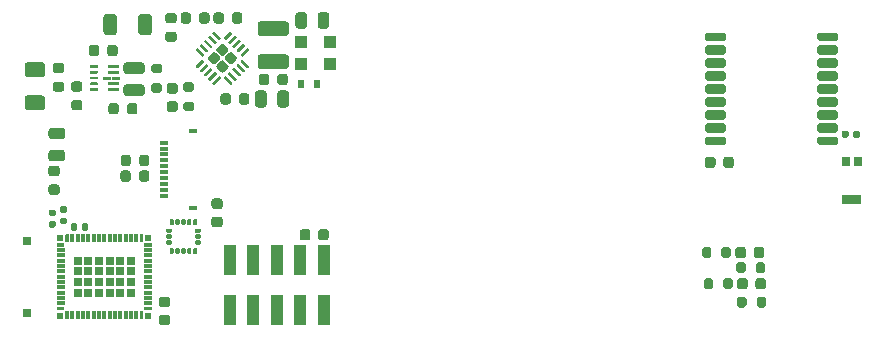
<source format=gbr>
%TF.GenerationSoftware,KiCad,Pcbnew,(5.1.12)-1*%
%TF.CreationDate,2021-12-09T18:01:32-07:00*%
%TF.ProjectId,SolarGPS,536f6c61-7247-4505-932e-6b696361645f,rev?*%
%TF.SameCoordinates,Original*%
%TF.FileFunction,Paste,Top*%
%TF.FilePolarity,Positive*%
%FSLAX46Y46*%
G04 Gerber Fmt 4.6, Leading zero omitted, Abs format (unit mm)*
G04 Created by KiCad (PCBNEW (5.1.12)-1) date 2021-12-09 18:01:32*
%MOMM*%
%LPD*%
G01*
G04 APERTURE LIST*
%ADD10C,0.010000*%
%ADD11C,0.100000*%
%ADD12R,0.750000X0.750000*%
%ADD13R,0.575000X0.575000*%
%ADD14R,0.300000X0.650000*%
%ADD15R,0.650000X0.300000*%
%ADD16R,1.000000X1.000000*%
%ADD17R,1.000000X2.580000*%
%ADD18R,0.600000X0.700000*%
%ADD19R,0.800000X0.400000*%
%ADD20R,0.800000X0.300000*%
G04 APERTURE END LIST*
D10*
%TO.C,U7*%
G36*
X57625000Y-55900000D02*
G01*
X57175000Y-55900000D01*
X57172000Y-55900000D01*
X57170000Y-55900000D01*
X57167000Y-55899000D01*
X57165000Y-55899000D01*
X57162000Y-55898000D01*
X57160000Y-55898000D01*
X57157000Y-55897000D01*
X57155000Y-55896000D01*
X57152000Y-55895000D01*
X57150000Y-55893000D01*
X57148000Y-55892000D01*
X57146000Y-55890000D01*
X57144000Y-55889000D01*
X57142000Y-55887000D01*
X57140000Y-55885000D01*
X57138000Y-55883000D01*
X57136000Y-55881000D01*
X57135000Y-55879000D01*
X57133000Y-55877000D01*
X57132000Y-55875000D01*
X57130000Y-55873000D01*
X57129000Y-55870000D01*
X57128000Y-55868000D01*
X57127000Y-55865000D01*
X57127000Y-55863000D01*
X57126000Y-55860000D01*
X57126000Y-55858000D01*
X57125000Y-55855000D01*
X57125000Y-55853000D01*
X57125000Y-55850000D01*
X57125000Y-55700000D01*
X57125000Y-55697000D01*
X57125000Y-55695000D01*
X57126000Y-55692000D01*
X57126000Y-55690000D01*
X57127000Y-55687000D01*
X57127000Y-55685000D01*
X57128000Y-55682000D01*
X57129000Y-55680000D01*
X57130000Y-55677000D01*
X57132000Y-55675000D01*
X57133000Y-55673000D01*
X57135000Y-55671000D01*
X57136000Y-55669000D01*
X57138000Y-55667000D01*
X57140000Y-55665000D01*
X57142000Y-55663000D01*
X57144000Y-55661000D01*
X57146000Y-55660000D01*
X57148000Y-55658000D01*
X57150000Y-55657000D01*
X57152000Y-55655000D01*
X57155000Y-55654000D01*
X57157000Y-55653000D01*
X57160000Y-55652000D01*
X57162000Y-55652000D01*
X57165000Y-55651000D01*
X57167000Y-55651000D01*
X57170000Y-55650000D01*
X57172000Y-55650000D01*
X57175000Y-55650000D01*
X57625000Y-55650000D01*
X57628000Y-55650000D01*
X57630000Y-55650000D01*
X57633000Y-55651000D01*
X57635000Y-55651000D01*
X57638000Y-55652000D01*
X57640000Y-55652000D01*
X57643000Y-55653000D01*
X57645000Y-55654000D01*
X57648000Y-55655000D01*
X57650000Y-55657000D01*
X57652000Y-55658000D01*
X57654000Y-55660000D01*
X57656000Y-55661000D01*
X57658000Y-55663000D01*
X57660000Y-55665000D01*
X57662000Y-55667000D01*
X57664000Y-55669000D01*
X57665000Y-55671000D01*
X57667000Y-55673000D01*
X57668000Y-55675000D01*
X57670000Y-55677000D01*
X57671000Y-55680000D01*
X57672000Y-55682000D01*
X57673000Y-55685000D01*
X57673000Y-55687000D01*
X57674000Y-55690000D01*
X57674000Y-55692000D01*
X57675000Y-55695000D01*
X57675000Y-55697000D01*
X57675000Y-55700000D01*
X57675000Y-55850000D01*
X57675000Y-55853000D01*
X57675000Y-55855000D01*
X57674000Y-55858000D01*
X57674000Y-55860000D01*
X57673000Y-55863000D01*
X57673000Y-55865000D01*
X57672000Y-55868000D01*
X57671000Y-55870000D01*
X57670000Y-55873000D01*
X57668000Y-55875000D01*
X57667000Y-55877000D01*
X57665000Y-55879000D01*
X57664000Y-55881000D01*
X57662000Y-55883000D01*
X57660000Y-55885000D01*
X57658000Y-55887000D01*
X57656000Y-55889000D01*
X57654000Y-55890000D01*
X57652000Y-55892000D01*
X57650000Y-55893000D01*
X57648000Y-55895000D01*
X57645000Y-55896000D01*
X57643000Y-55897000D01*
X57640000Y-55898000D01*
X57638000Y-55898000D01*
X57635000Y-55899000D01*
X57633000Y-55899000D01*
X57630000Y-55900000D01*
X57628000Y-55900000D01*
X57625000Y-55900000D01*
G37*
X57625000Y-55900000D02*
X57175000Y-55900000D01*
X57172000Y-55900000D01*
X57170000Y-55900000D01*
X57167000Y-55899000D01*
X57165000Y-55899000D01*
X57162000Y-55898000D01*
X57160000Y-55898000D01*
X57157000Y-55897000D01*
X57155000Y-55896000D01*
X57152000Y-55895000D01*
X57150000Y-55893000D01*
X57148000Y-55892000D01*
X57146000Y-55890000D01*
X57144000Y-55889000D01*
X57142000Y-55887000D01*
X57140000Y-55885000D01*
X57138000Y-55883000D01*
X57136000Y-55881000D01*
X57135000Y-55879000D01*
X57133000Y-55877000D01*
X57132000Y-55875000D01*
X57130000Y-55873000D01*
X57129000Y-55870000D01*
X57128000Y-55868000D01*
X57127000Y-55865000D01*
X57127000Y-55863000D01*
X57126000Y-55860000D01*
X57126000Y-55858000D01*
X57125000Y-55855000D01*
X57125000Y-55853000D01*
X57125000Y-55850000D01*
X57125000Y-55700000D01*
X57125000Y-55697000D01*
X57125000Y-55695000D01*
X57126000Y-55692000D01*
X57126000Y-55690000D01*
X57127000Y-55687000D01*
X57127000Y-55685000D01*
X57128000Y-55682000D01*
X57129000Y-55680000D01*
X57130000Y-55677000D01*
X57132000Y-55675000D01*
X57133000Y-55673000D01*
X57135000Y-55671000D01*
X57136000Y-55669000D01*
X57138000Y-55667000D01*
X57140000Y-55665000D01*
X57142000Y-55663000D01*
X57144000Y-55661000D01*
X57146000Y-55660000D01*
X57148000Y-55658000D01*
X57150000Y-55657000D01*
X57152000Y-55655000D01*
X57155000Y-55654000D01*
X57157000Y-55653000D01*
X57160000Y-55652000D01*
X57162000Y-55652000D01*
X57165000Y-55651000D01*
X57167000Y-55651000D01*
X57170000Y-55650000D01*
X57172000Y-55650000D01*
X57175000Y-55650000D01*
X57625000Y-55650000D01*
X57628000Y-55650000D01*
X57630000Y-55650000D01*
X57633000Y-55651000D01*
X57635000Y-55651000D01*
X57638000Y-55652000D01*
X57640000Y-55652000D01*
X57643000Y-55653000D01*
X57645000Y-55654000D01*
X57648000Y-55655000D01*
X57650000Y-55657000D01*
X57652000Y-55658000D01*
X57654000Y-55660000D01*
X57656000Y-55661000D01*
X57658000Y-55663000D01*
X57660000Y-55665000D01*
X57662000Y-55667000D01*
X57664000Y-55669000D01*
X57665000Y-55671000D01*
X57667000Y-55673000D01*
X57668000Y-55675000D01*
X57670000Y-55677000D01*
X57671000Y-55680000D01*
X57672000Y-55682000D01*
X57673000Y-55685000D01*
X57673000Y-55687000D01*
X57674000Y-55690000D01*
X57674000Y-55692000D01*
X57675000Y-55695000D01*
X57675000Y-55697000D01*
X57675000Y-55700000D01*
X57675000Y-55850000D01*
X57675000Y-55853000D01*
X57675000Y-55855000D01*
X57674000Y-55858000D01*
X57674000Y-55860000D01*
X57673000Y-55863000D01*
X57673000Y-55865000D01*
X57672000Y-55868000D01*
X57671000Y-55870000D01*
X57670000Y-55873000D01*
X57668000Y-55875000D01*
X57667000Y-55877000D01*
X57665000Y-55879000D01*
X57664000Y-55881000D01*
X57662000Y-55883000D01*
X57660000Y-55885000D01*
X57658000Y-55887000D01*
X57656000Y-55889000D01*
X57654000Y-55890000D01*
X57652000Y-55892000D01*
X57650000Y-55893000D01*
X57648000Y-55895000D01*
X57645000Y-55896000D01*
X57643000Y-55897000D01*
X57640000Y-55898000D01*
X57638000Y-55898000D01*
X57635000Y-55899000D01*
X57633000Y-55899000D01*
X57630000Y-55900000D01*
X57628000Y-55900000D01*
X57625000Y-55900000D01*
G36*
X58375000Y-55900000D02*
G01*
X57925000Y-55900000D01*
X57922000Y-55900000D01*
X57920000Y-55900000D01*
X57917000Y-55899000D01*
X57915000Y-55899000D01*
X57912000Y-55898000D01*
X57910000Y-55898000D01*
X57907000Y-55897000D01*
X57905000Y-55896000D01*
X57902000Y-55895000D01*
X57900000Y-55893000D01*
X57898000Y-55892000D01*
X57896000Y-55890000D01*
X57894000Y-55889000D01*
X57892000Y-55887000D01*
X57890000Y-55885000D01*
X57888000Y-55883000D01*
X57886000Y-55881000D01*
X57885000Y-55879000D01*
X57883000Y-55877000D01*
X57882000Y-55875000D01*
X57880000Y-55873000D01*
X57879000Y-55870000D01*
X57878000Y-55868000D01*
X57877000Y-55865000D01*
X57877000Y-55863000D01*
X57876000Y-55860000D01*
X57876000Y-55858000D01*
X57875000Y-55855000D01*
X57875000Y-55853000D01*
X57875000Y-55850000D01*
X57875000Y-55700000D01*
X57875000Y-55697000D01*
X57875000Y-55695000D01*
X57876000Y-55692000D01*
X57876000Y-55690000D01*
X57877000Y-55687000D01*
X57877000Y-55685000D01*
X57878000Y-55682000D01*
X57879000Y-55680000D01*
X57880000Y-55677000D01*
X57882000Y-55675000D01*
X57883000Y-55673000D01*
X57885000Y-55671000D01*
X57886000Y-55669000D01*
X57888000Y-55667000D01*
X57890000Y-55665000D01*
X57892000Y-55663000D01*
X57894000Y-55661000D01*
X57896000Y-55660000D01*
X57898000Y-55658000D01*
X57900000Y-55657000D01*
X57902000Y-55655000D01*
X57905000Y-55654000D01*
X57907000Y-55653000D01*
X57910000Y-55652000D01*
X57912000Y-55652000D01*
X57915000Y-55651000D01*
X57917000Y-55651000D01*
X57920000Y-55650000D01*
X57922000Y-55650000D01*
X57925000Y-55650000D01*
X58375000Y-55650000D01*
X58378000Y-55650000D01*
X58380000Y-55650000D01*
X58383000Y-55651000D01*
X58385000Y-55651000D01*
X58388000Y-55652000D01*
X58390000Y-55652000D01*
X58393000Y-55653000D01*
X58395000Y-55654000D01*
X58398000Y-55655000D01*
X58400000Y-55657000D01*
X58402000Y-55658000D01*
X58404000Y-55660000D01*
X58406000Y-55661000D01*
X58408000Y-55663000D01*
X58410000Y-55665000D01*
X58412000Y-55667000D01*
X58414000Y-55669000D01*
X58415000Y-55671000D01*
X58417000Y-55673000D01*
X58418000Y-55675000D01*
X58420000Y-55677000D01*
X58421000Y-55680000D01*
X58422000Y-55682000D01*
X58423000Y-55685000D01*
X58423000Y-55687000D01*
X58424000Y-55690000D01*
X58424000Y-55692000D01*
X58425000Y-55695000D01*
X58425000Y-55697000D01*
X58425000Y-55700000D01*
X58425000Y-55850000D01*
X58425000Y-55853000D01*
X58425000Y-55855000D01*
X58424000Y-55858000D01*
X58424000Y-55860000D01*
X58423000Y-55863000D01*
X58423000Y-55865000D01*
X58422000Y-55868000D01*
X58421000Y-55870000D01*
X58420000Y-55873000D01*
X58418000Y-55875000D01*
X58417000Y-55877000D01*
X58415000Y-55879000D01*
X58414000Y-55881000D01*
X58412000Y-55883000D01*
X58410000Y-55885000D01*
X58408000Y-55887000D01*
X58406000Y-55889000D01*
X58404000Y-55890000D01*
X58402000Y-55892000D01*
X58400000Y-55893000D01*
X58398000Y-55895000D01*
X58395000Y-55896000D01*
X58393000Y-55897000D01*
X58390000Y-55898000D01*
X58388000Y-55898000D01*
X58385000Y-55899000D01*
X58383000Y-55899000D01*
X58380000Y-55900000D01*
X58378000Y-55900000D01*
X58375000Y-55900000D01*
G37*
X58375000Y-55900000D02*
X57925000Y-55900000D01*
X57922000Y-55900000D01*
X57920000Y-55900000D01*
X57917000Y-55899000D01*
X57915000Y-55899000D01*
X57912000Y-55898000D01*
X57910000Y-55898000D01*
X57907000Y-55897000D01*
X57905000Y-55896000D01*
X57902000Y-55895000D01*
X57900000Y-55893000D01*
X57898000Y-55892000D01*
X57896000Y-55890000D01*
X57894000Y-55889000D01*
X57892000Y-55887000D01*
X57890000Y-55885000D01*
X57888000Y-55883000D01*
X57886000Y-55881000D01*
X57885000Y-55879000D01*
X57883000Y-55877000D01*
X57882000Y-55875000D01*
X57880000Y-55873000D01*
X57879000Y-55870000D01*
X57878000Y-55868000D01*
X57877000Y-55865000D01*
X57877000Y-55863000D01*
X57876000Y-55860000D01*
X57876000Y-55858000D01*
X57875000Y-55855000D01*
X57875000Y-55853000D01*
X57875000Y-55850000D01*
X57875000Y-55700000D01*
X57875000Y-55697000D01*
X57875000Y-55695000D01*
X57876000Y-55692000D01*
X57876000Y-55690000D01*
X57877000Y-55687000D01*
X57877000Y-55685000D01*
X57878000Y-55682000D01*
X57879000Y-55680000D01*
X57880000Y-55677000D01*
X57882000Y-55675000D01*
X57883000Y-55673000D01*
X57885000Y-55671000D01*
X57886000Y-55669000D01*
X57888000Y-55667000D01*
X57890000Y-55665000D01*
X57892000Y-55663000D01*
X57894000Y-55661000D01*
X57896000Y-55660000D01*
X57898000Y-55658000D01*
X57900000Y-55657000D01*
X57902000Y-55655000D01*
X57905000Y-55654000D01*
X57907000Y-55653000D01*
X57910000Y-55652000D01*
X57912000Y-55652000D01*
X57915000Y-55651000D01*
X57917000Y-55651000D01*
X57920000Y-55650000D01*
X57922000Y-55650000D01*
X57925000Y-55650000D01*
X58375000Y-55650000D01*
X58378000Y-55650000D01*
X58380000Y-55650000D01*
X58383000Y-55651000D01*
X58385000Y-55651000D01*
X58388000Y-55652000D01*
X58390000Y-55652000D01*
X58393000Y-55653000D01*
X58395000Y-55654000D01*
X58398000Y-55655000D01*
X58400000Y-55657000D01*
X58402000Y-55658000D01*
X58404000Y-55660000D01*
X58406000Y-55661000D01*
X58408000Y-55663000D01*
X58410000Y-55665000D01*
X58412000Y-55667000D01*
X58414000Y-55669000D01*
X58415000Y-55671000D01*
X58417000Y-55673000D01*
X58418000Y-55675000D01*
X58420000Y-55677000D01*
X58421000Y-55680000D01*
X58422000Y-55682000D01*
X58423000Y-55685000D01*
X58423000Y-55687000D01*
X58424000Y-55690000D01*
X58424000Y-55692000D01*
X58425000Y-55695000D01*
X58425000Y-55697000D01*
X58425000Y-55700000D01*
X58425000Y-55850000D01*
X58425000Y-55853000D01*
X58425000Y-55855000D01*
X58424000Y-55858000D01*
X58424000Y-55860000D01*
X58423000Y-55863000D01*
X58423000Y-55865000D01*
X58422000Y-55868000D01*
X58421000Y-55870000D01*
X58420000Y-55873000D01*
X58418000Y-55875000D01*
X58417000Y-55877000D01*
X58415000Y-55879000D01*
X58414000Y-55881000D01*
X58412000Y-55883000D01*
X58410000Y-55885000D01*
X58408000Y-55887000D01*
X58406000Y-55889000D01*
X58404000Y-55890000D01*
X58402000Y-55892000D01*
X58400000Y-55893000D01*
X58398000Y-55895000D01*
X58395000Y-55896000D01*
X58393000Y-55897000D01*
X58390000Y-55898000D01*
X58388000Y-55898000D01*
X58385000Y-55899000D01*
X58383000Y-55899000D01*
X58380000Y-55900000D01*
X58378000Y-55900000D01*
X58375000Y-55900000D01*
%TD*%
%TO.C,C21*%
G36*
G01*
X109600000Y-63175000D02*
X109600000Y-62675000D01*
G75*
G02*
X109825000Y-62450000I225000J0D01*
G01*
X110275000Y-62450000D01*
G75*
G02*
X110500000Y-62675000I0J-225000D01*
G01*
X110500000Y-63175000D01*
G75*
G02*
X110275000Y-63400000I-225000J0D01*
G01*
X109825000Y-63400000D01*
G75*
G02*
X109600000Y-63175000I0J225000D01*
G01*
G37*
G36*
G01*
X108050000Y-63175000D02*
X108050000Y-62675000D01*
G75*
G02*
X108275000Y-62450000I225000J0D01*
G01*
X108725000Y-62450000D01*
G75*
G02*
X108950000Y-62675000I0J-225000D01*
G01*
X108950000Y-63175000D01*
G75*
G02*
X108725000Y-63400000I-225000J0D01*
G01*
X108275000Y-63400000D01*
G75*
G02*
X108050000Y-63175000I0J225000D01*
G01*
G37*
%TD*%
%TO.C,C13*%
G36*
G01*
X53580000Y-67600000D02*
X53920000Y-67600000D01*
G75*
G02*
X54060000Y-67740000I0J-140000D01*
G01*
X54060000Y-68020000D01*
G75*
G02*
X53920000Y-68160000I-140000J0D01*
G01*
X53580000Y-68160000D01*
G75*
G02*
X53440000Y-68020000I0J140000D01*
G01*
X53440000Y-67740000D01*
G75*
G02*
X53580000Y-67600000I140000J0D01*
G01*
G37*
G36*
G01*
X53580000Y-66640000D02*
X53920000Y-66640000D01*
G75*
G02*
X54060000Y-66780000I0J-140000D01*
G01*
X54060000Y-67060000D01*
G75*
G02*
X53920000Y-67200000I-140000J0D01*
G01*
X53580000Y-67200000D01*
G75*
G02*
X53440000Y-67060000I0J140000D01*
G01*
X53440000Y-66780000D01*
G75*
G02*
X53580000Y-66640000I140000J0D01*
G01*
G37*
%TD*%
%TO.C,C11*%
G36*
G01*
X52630000Y-67875000D02*
X52970000Y-67875000D01*
G75*
G02*
X53110000Y-68015000I0J-140000D01*
G01*
X53110000Y-68295000D01*
G75*
G02*
X52970000Y-68435000I-140000J0D01*
G01*
X52630000Y-68435000D01*
G75*
G02*
X52490000Y-68295000I0J140000D01*
G01*
X52490000Y-68015000D01*
G75*
G02*
X52630000Y-67875000I140000J0D01*
G01*
G37*
G36*
G01*
X52630000Y-66915000D02*
X52970000Y-66915000D01*
G75*
G02*
X53110000Y-67055000I0J-140000D01*
G01*
X53110000Y-67335000D01*
G75*
G02*
X52970000Y-67475000I-140000J0D01*
G01*
X52630000Y-67475000D01*
G75*
G02*
X52490000Y-67335000I0J140000D01*
G01*
X52490000Y-67055000D01*
G75*
G02*
X52630000Y-66915000I140000J0D01*
G01*
G37*
%TD*%
%TO.C,C10*%
G36*
G01*
X54900000Y-68230000D02*
X54900000Y-68570000D01*
G75*
G02*
X54760000Y-68710000I-140000J0D01*
G01*
X54480000Y-68710000D01*
G75*
G02*
X54340000Y-68570000I0J140000D01*
G01*
X54340000Y-68230000D01*
G75*
G02*
X54480000Y-68090000I140000J0D01*
G01*
X54760000Y-68090000D01*
G75*
G02*
X54900000Y-68230000I0J-140000D01*
G01*
G37*
G36*
G01*
X55860000Y-68230000D02*
X55860000Y-68570000D01*
G75*
G02*
X55720000Y-68710000I-140000J0D01*
G01*
X55440000Y-68710000D01*
G75*
G02*
X55300000Y-68570000I0J140000D01*
G01*
X55300000Y-68230000D01*
G75*
G02*
X55440000Y-68090000I140000J0D01*
G01*
X55720000Y-68090000D01*
G75*
G02*
X55860000Y-68230000I0J-140000D01*
G01*
G37*
%TD*%
%TO.C,C1*%
G36*
G01*
X120210000Y-60377500D02*
X120210000Y-60722500D01*
G75*
G02*
X120062500Y-60870000I-147500J0D01*
G01*
X119767500Y-60870000D01*
G75*
G02*
X119620000Y-60722500I0J147500D01*
G01*
X119620000Y-60377500D01*
G75*
G02*
X119767500Y-60230000I147500J0D01*
G01*
X120062500Y-60230000D01*
G75*
G02*
X120210000Y-60377500I0J-147500D01*
G01*
G37*
G36*
G01*
X121180000Y-60377500D02*
X121180000Y-60722500D01*
G75*
G02*
X121032500Y-60870000I-147500J0D01*
G01*
X120737500Y-60870000D01*
G75*
G02*
X120590000Y-60722500I0J147500D01*
G01*
X120590000Y-60377500D01*
G75*
G02*
X120737500Y-60230000I147500J0D01*
G01*
X121032500Y-60230000D01*
G75*
G02*
X121180000Y-60377500I0J-147500D01*
G01*
G37*
%TD*%
D11*
%TO.C,AE1*%
G36*
X121300000Y-66450000D02*
G01*
X119700000Y-66450000D01*
X119700000Y-65650000D01*
X121300000Y-65650000D01*
X121300000Y-66450000D01*
G37*
G36*
X120325000Y-63250000D02*
G01*
X119675000Y-63250000D01*
X119675000Y-62450000D01*
X120325000Y-62450000D01*
X120325000Y-63250000D01*
G37*
G36*
X121325000Y-63250000D02*
G01*
X120675000Y-63250000D01*
X120675000Y-62450000D01*
X121325000Y-62450000D01*
X121325000Y-63250000D01*
G37*
%TD*%
%TO.C,L3*%
G36*
G01*
X70425000Y-53775000D02*
X72575000Y-53775000D01*
G75*
G02*
X72825000Y-54025000I0J-250000D01*
G01*
X72825000Y-54775000D01*
G75*
G02*
X72575000Y-55025000I-250000J0D01*
G01*
X70425000Y-55025000D01*
G75*
G02*
X70175000Y-54775000I0J250000D01*
G01*
X70175000Y-54025000D01*
G75*
G02*
X70425000Y-53775000I250000J0D01*
G01*
G37*
G36*
G01*
X70425000Y-50975000D02*
X72575000Y-50975000D01*
G75*
G02*
X72825000Y-51225000I0J-250000D01*
G01*
X72825000Y-51975000D01*
G75*
G02*
X72575000Y-52225000I-250000J0D01*
G01*
X70425000Y-52225000D01*
G75*
G02*
X70175000Y-51975000I0J250000D01*
G01*
X70175000Y-51225000D01*
G75*
G02*
X70425000Y-50975000I250000J0D01*
G01*
G37*
%TD*%
D12*
%TO.C,U4*%
X50615000Y-75650000D03*
X50615000Y-69550000D03*
D13*
X53463000Y-75887000D03*
G36*
G01*
X54179000Y-76175000D02*
X53921000Y-76175000D01*
G75*
G02*
X53900000Y-76154000I0J21000D01*
G01*
X53900000Y-75546000D01*
G75*
G02*
X53921000Y-75525000I21000J0D01*
G01*
X54179000Y-75525000D01*
G75*
G02*
X54200000Y-75546000I0J-21000D01*
G01*
X54200000Y-76154000D01*
G75*
G02*
X54179000Y-76175000I-21000J0D01*
G01*
G37*
D14*
X54500000Y-75850000D03*
X54950000Y-75850000D03*
X55400000Y-75850000D03*
X55850000Y-75850000D03*
X56300000Y-75850000D03*
X56750000Y-75850000D03*
X57200000Y-75850000D03*
X57650000Y-75850000D03*
X58100000Y-75850000D03*
X58550000Y-75850000D03*
X59000000Y-75850000D03*
X59450000Y-75850000D03*
X59900000Y-75850000D03*
G36*
G01*
X60479000Y-76175000D02*
X60221000Y-76175000D01*
G75*
G02*
X60200000Y-76154000I0J21000D01*
G01*
X60200000Y-75546000D01*
G75*
G02*
X60221000Y-75525000I21000J0D01*
G01*
X60479000Y-75525000D01*
G75*
G02*
X60500000Y-75546000I0J-21000D01*
G01*
X60500000Y-76154000D01*
G75*
G02*
X60479000Y-76175000I-21000J0D01*
G01*
G37*
D13*
X60937000Y-75887000D03*
G36*
G01*
X61204000Y-75450000D02*
X60596000Y-75450000D01*
G75*
G02*
X60575000Y-75429000I0J21000D01*
G01*
X60575000Y-75171000D01*
G75*
G02*
X60596000Y-75150000I21000J0D01*
G01*
X61204000Y-75150000D01*
G75*
G02*
X61225000Y-75171000I0J-21000D01*
G01*
X61225000Y-75429000D01*
G75*
G02*
X61204000Y-75450000I-21000J0D01*
G01*
G37*
D15*
X60900000Y-74850000D03*
X60900000Y-74400000D03*
X60900000Y-73950000D03*
X60900000Y-73500000D03*
X60900000Y-73050000D03*
X60900000Y-72600000D03*
X60900000Y-72150000D03*
X60900000Y-71700000D03*
X60900000Y-71250000D03*
X60900000Y-70800000D03*
X60900000Y-70350000D03*
G36*
G01*
X61204000Y-70050000D02*
X60596000Y-70050000D01*
G75*
G02*
X60575000Y-70029000I0J21000D01*
G01*
X60575000Y-69771000D01*
G75*
G02*
X60596000Y-69750000I21000J0D01*
G01*
X61204000Y-69750000D01*
G75*
G02*
X61225000Y-69771000I0J-21000D01*
G01*
X61225000Y-70029000D01*
G75*
G02*
X61204000Y-70050000I-21000J0D01*
G01*
G37*
D13*
X60937000Y-69313000D03*
G36*
G01*
X60479000Y-69675000D02*
X60221000Y-69675000D01*
G75*
G02*
X60200000Y-69654000I0J21000D01*
G01*
X60200000Y-69046000D01*
G75*
G02*
X60221000Y-69025000I21000J0D01*
G01*
X60479000Y-69025000D01*
G75*
G02*
X60500000Y-69046000I0J-21000D01*
G01*
X60500000Y-69654000D01*
G75*
G02*
X60479000Y-69675000I-21000J0D01*
G01*
G37*
D14*
X59900000Y-69350000D03*
X59450000Y-69350000D03*
X59000000Y-69350000D03*
X58550000Y-69350000D03*
X58100000Y-69350000D03*
X57650000Y-69350000D03*
X57200000Y-69350000D03*
X56750000Y-69350000D03*
X56300000Y-69350000D03*
X55850000Y-69350000D03*
X55400000Y-69350000D03*
X54950000Y-69350000D03*
X54500000Y-69350000D03*
G36*
G01*
X54179000Y-69675000D02*
X53921000Y-69675000D01*
G75*
G02*
X53900000Y-69654000I0J21000D01*
G01*
X53900000Y-69046000D01*
G75*
G02*
X53921000Y-69025000I21000J0D01*
G01*
X54179000Y-69025000D01*
G75*
G02*
X54200000Y-69046000I0J-21000D01*
G01*
X54200000Y-69654000D01*
G75*
G02*
X54179000Y-69675000I-21000J0D01*
G01*
G37*
D13*
X53463000Y-69313000D03*
G36*
G01*
X53804000Y-70050000D02*
X53196000Y-70050000D01*
G75*
G02*
X53175000Y-70029000I0J21000D01*
G01*
X53175000Y-69771000D01*
G75*
G02*
X53196000Y-69750000I21000J0D01*
G01*
X53804000Y-69750000D01*
G75*
G02*
X53825000Y-69771000I0J-21000D01*
G01*
X53825000Y-70029000D01*
G75*
G02*
X53804000Y-70050000I-21000J0D01*
G01*
G37*
D15*
X53500000Y-70350000D03*
X53500000Y-70800000D03*
X53500000Y-71250000D03*
X53500000Y-71700000D03*
X53500000Y-72150000D03*
X53500000Y-72600000D03*
X53500000Y-73050000D03*
X53500000Y-73500000D03*
X53500000Y-73950000D03*
X53500000Y-74400000D03*
X53500000Y-74850000D03*
G36*
G01*
X53804000Y-75450000D02*
X53196000Y-75450000D01*
G75*
G02*
X53175000Y-75429000I0J21000D01*
G01*
X53175000Y-75171000D01*
G75*
G02*
X53196000Y-75150000I21000J0D01*
G01*
X53804000Y-75150000D01*
G75*
G02*
X53825000Y-75171000I0J-21000D01*
G01*
X53825000Y-75429000D01*
G75*
G02*
X53804000Y-75450000I-21000J0D01*
G01*
G37*
D12*
X54950000Y-73950000D03*
X55850000Y-73950000D03*
X56750000Y-73950000D03*
X57650000Y-73950000D03*
X58550000Y-73950000D03*
X59450000Y-73950000D03*
X59450000Y-73050000D03*
X59450000Y-72150000D03*
X59450000Y-71250000D03*
X58550000Y-71250000D03*
X57650000Y-71250000D03*
X56750000Y-71250000D03*
X55850000Y-71250000D03*
X54950000Y-71250000D03*
X54950000Y-72150000D03*
X54950000Y-73050000D03*
X55850000Y-73050000D03*
X56750000Y-73050000D03*
X57650000Y-73050000D03*
X58550000Y-73050000D03*
X58550000Y-72150000D03*
X57650000Y-72150000D03*
X56750000Y-72150000D03*
X55850000Y-72150000D03*
%TD*%
D16*
%TO.C,D3*%
X76350000Y-52750000D03*
X73850000Y-52750000D03*
%TD*%
%TO.C,D1*%
X76350000Y-54600000D03*
X73850000Y-54600000D03*
%TD*%
D17*
%TO.C,J4*%
X75800000Y-71215000D03*
X75800000Y-75385000D03*
X73800000Y-71215000D03*
X73800000Y-75385000D03*
X71800000Y-71215000D03*
X71800000Y-75385000D03*
X69800000Y-71215000D03*
X69800000Y-75385000D03*
X67800000Y-71215000D03*
X67800000Y-75385000D03*
%TD*%
%TO.C,U6*%
G36*
G01*
X64937500Y-68525000D02*
X65312500Y-68525000D01*
G75*
G02*
X65400000Y-68612500I0J-87500D01*
G01*
X65400000Y-68787500D01*
G75*
G02*
X65312500Y-68875000I-87500J0D01*
G01*
X64937500Y-68875000D01*
G75*
G02*
X64850000Y-68787500I0J87500D01*
G01*
X64850000Y-68612500D01*
G75*
G02*
X64937500Y-68525000I87500J0D01*
G01*
G37*
G36*
G01*
X64937500Y-69025000D02*
X65312500Y-69025000D01*
G75*
G02*
X65400000Y-69112500I0J-87500D01*
G01*
X65400000Y-69287500D01*
G75*
G02*
X65312500Y-69375000I-87500J0D01*
G01*
X64937500Y-69375000D01*
G75*
G02*
X64850000Y-69287500I0J87500D01*
G01*
X64850000Y-69112500D01*
G75*
G02*
X64937500Y-69025000I87500J0D01*
G01*
G37*
G36*
G01*
X64937500Y-69525000D02*
X65312500Y-69525000D01*
G75*
G02*
X65400000Y-69612500I0J-87500D01*
G01*
X65400000Y-69787500D01*
G75*
G02*
X65312500Y-69875000I-87500J0D01*
G01*
X64937500Y-69875000D01*
G75*
G02*
X64850000Y-69787500I0J87500D01*
G01*
X64850000Y-69612500D01*
G75*
G02*
X64937500Y-69525000I87500J0D01*
G01*
G37*
G36*
G01*
X64812500Y-70150000D02*
X64987500Y-70150000D01*
G75*
G02*
X65075000Y-70237500I0J-87500D01*
G01*
X65075000Y-70612500D01*
G75*
G02*
X64987500Y-70700000I-87500J0D01*
G01*
X64812500Y-70700000D01*
G75*
G02*
X64725000Y-70612500I0J87500D01*
G01*
X64725000Y-70237500D01*
G75*
G02*
X64812500Y-70150000I87500J0D01*
G01*
G37*
G36*
G01*
X64312500Y-70150000D02*
X64487500Y-70150000D01*
G75*
G02*
X64575000Y-70237500I0J-87500D01*
G01*
X64575000Y-70612500D01*
G75*
G02*
X64487500Y-70700000I-87500J0D01*
G01*
X64312500Y-70700000D01*
G75*
G02*
X64225000Y-70612500I0J87500D01*
G01*
X64225000Y-70237500D01*
G75*
G02*
X64312500Y-70150000I87500J0D01*
G01*
G37*
G36*
G01*
X63812500Y-70150000D02*
X63987500Y-70150000D01*
G75*
G02*
X64075000Y-70237500I0J-87500D01*
G01*
X64075000Y-70612500D01*
G75*
G02*
X63987500Y-70700000I-87500J0D01*
G01*
X63812500Y-70700000D01*
G75*
G02*
X63725000Y-70612500I0J87500D01*
G01*
X63725000Y-70237500D01*
G75*
G02*
X63812500Y-70150000I87500J0D01*
G01*
G37*
G36*
G01*
X63312500Y-70150000D02*
X63487500Y-70150000D01*
G75*
G02*
X63575000Y-70237500I0J-87500D01*
G01*
X63575000Y-70612500D01*
G75*
G02*
X63487500Y-70700000I-87500J0D01*
G01*
X63312500Y-70700000D01*
G75*
G02*
X63225000Y-70612500I0J87500D01*
G01*
X63225000Y-70237500D01*
G75*
G02*
X63312500Y-70150000I87500J0D01*
G01*
G37*
G36*
G01*
X62812500Y-70150000D02*
X62987500Y-70150000D01*
G75*
G02*
X63075000Y-70237500I0J-87500D01*
G01*
X63075000Y-70612500D01*
G75*
G02*
X62987500Y-70700000I-87500J0D01*
G01*
X62812500Y-70700000D01*
G75*
G02*
X62725000Y-70612500I0J87500D01*
G01*
X62725000Y-70237500D01*
G75*
G02*
X62812500Y-70150000I87500J0D01*
G01*
G37*
G36*
G01*
X62487500Y-69525000D02*
X62862500Y-69525000D01*
G75*
G02*
X62950000Y-69612500I0J-87500D01*
G01*
X62950000Y-69787500D01*
G75*
G02*
X62862500Y-69875000I-87500J0D01*
G01*
X62487500Y-69875000D01*
G75*
G02*
X62400000Y-69787500I0J87500D01*
G01*
X62400000Y-69612500D01*
G75*
G02*
X62487500Y-69525000I87500J0D01*
G01*
G37*
G36*
G01*
X62487500Y-69025000D02*
X62862500Y-69025000D01*
G75*
G02*
X62950000Y-69112500I0J-87500D01*
G01*
X62950000Y-69287500D01*
G75*
G02*
X62862500Y-69375000I-87500J0D01*
G01*
X62487500Y-69375000D01*
G75*
G02*
X62400000Y-69287500I0J87500D01*
G01*
X62400000Y-69112500D01*
G75*
G02*
X62487500Y-69025000I87500J0D01*
G01*
G37*
G36*
G01*
X62487500Y-68525000D02*
X62862500Y-68525000D01*
G75*
G02*
X62950000Y-68612500I0J-87500D01*
G01*
X62950000Y-68787500D01*
G75*
G02*
X62862500Y-68875000I-87500J0D01*
G01*
X62487500Y-68875000D01*
G75*
G02*
X62400000Y-68787500I0J87500D01*
G01*
X62400000Y-68612500D01*
G75*
G02*
X62487500Y-68525000I87500J0D01*
G01*
G37*
G36*
G01*
X62812500Y-67700000D02*
X62987500Y-67700000D01*
G75*
G02*
X63075000Y-67787500I0J-87500D01*
G01*
X63075000Y-68162500D01*
G75*
G02*
X62987500Y-68250000I-87500J0D01*
G01*
X62812500Y-68250000D01*
G75*
G02*
X62725000Y-68162500I0J87500D01*
G01*
X62725000Y-67787500D01*
G75*
G02*
X62812500Y-67700000I87500J0D01*
G01*
G37*
G36*
G01*
X63312500Y-67700000D02*
X63487500Y-67700000D01*
G75*
G02*
X63575000Y-67787500I0J-87500D01*
G01*
X63575000Y-68162500D01*
G75*
G02*
X63487500Y-68250000I-87500J0D01*
G01*
X63312500Y-68250000D01*
G75*
G02*
X63225000Y-68162500I0J87500D01*
G01*
X63225000Y-67787500D01*
G75*
G02*
X63312500Y-67700000I87500J0D01*
G01*
G37*
G36*
G01*
X63812500Y-67700000D02*
X63987500Y-67700000D01*
G75*
G02*
X64075000Y-67787500I0J-87500D01*
G01*
X64075000Y-68162500D01*
G75*
G02*
X63987500Y-68250000I-87500J0D01*
G01*
X63812500Y-68250000D01*
G75*
G02*
X63725000Y-68162500I0J87500D01*
G01*
X63725000Y-67787500D01*
G75*
G02*
X63812500Y-67700000I87500J0D01*
G01*
G37*
G36*
G01*
X64312500Y-67700000D02*
X64487500Y-67700000D01*
G75*
G02*
X64575000Y-67787500I0J-87500D01*
G01*
X64575000Y-68162500D01*
G75*
G02*
X64487500Y-68250000I-87500J0D01*
G01*
X64312500Y-68250000D01*
G75*
G02*
X64225000Y-68162500I0J87500D01*
G01*
X64225000Y-67787500D01*
G75*
G02*
X64312500Y-67700000I87500J0D01*
G01*
G37*
G36*
G01*
X64812500Y-67700000D02*
X64987500Y-67700000D01*
G75*
G02*
X65075000Y-67787500I0J-87500D01*
G01*
X65075000Y-68162500D01*
G75*
G02*
X64987500Y-68250000I-87500J0D01*
G01*
X64812500Y-68250000D01*
G75*
G02*
X64725000Y-68162500I0J87500D01*
G01*
X64725000Y-67787500D01*
G75*
G02*
X64812500Y-67700000I87500J0D01*
G01*
G37*
%TD*%
%TO.C,C26*%
G36*
G01*
X66500000Y-67525000D02*
X67000000Y-67525000D01*
G75*
G02*
X67225000Y-67750000I0J-225000D01*
G01*
X67225000Y-68200000D01*
G75*
G02*
X67000000Y-68425000I-225000J0D01*
G01*
X66500000Y-68425000D01*
G75*
G02*
X66275000Y-68200000I0J225000D01*
G01*
X66275000Y-67750000D01*
G75*
G02*
X66500000Y-67525000I225000J0D01*
G01*
G37*
G36*
G01*
X66500000Y-65975000D02*
X67000000Y-65975000D01*
G75*
G02*
X67225000Y-66200000I0J-225000D01*
G01*
X67225000Y-66650000D01*
G75*
G02*
X67000000Y-66875000I-225000J0D01*
G01*
X66500000Y-66875000D01*
G75*
G02*
X66275000Y-66650000I0J225000D01*
G01*
X66275000Y-66200000D01*
G75*
G02*
X66500000Y-65975000I225000J0D01*
G01*
G37*
%TD*%
%TO.C,U2*%
G36*
G01*
X117550000Y-52475000D02*
X117550000Y-52125000D01*
G75*
G02*
X117725000Y-51950000I175000J0D01*
G01*
X119175000Y-51950000D01*
G75*
G02*
X119350000Y-52125000I0J-175000D01*
G01*
X119350000Y-52475000D01*
G75*
G02*
X119175000Y-52650000I-175000J0D01*
G01*
X117725000Y-52650000D01*
G75*
G02*
X117550000Y-52475000I0J175000D01*
G01*
G37*
G36*
G01*
X117550000Y-53600000D02*
X117550000Y-53200000D01*
G75*
G02*
X117750000Y-53000000I200000J0D01*
G01*
X119150000Y-53000000D01*
G75*
G02*
X119350000Y-53200000I0J-200000D01*
G01*
X119350000Y-53600000D01*
G75*
G02*
X119150000Y-53800000I-200000J0D01*
G01*
X117750000Y-53800000D01*
G75*
G02*
X117550000Y-53600000I0J200000D01*
G01*
G37*
G36*
G01*
X117550000Y-54700000D02*
X117550000Y-54300000D01*
G75*
G02*
X117750000Y-54100000I200000J0D01*
G01*
X119150000Y-54100000D01*
G75*
G02*
X119350000Y-54300000I0J-200000D01*
G01*
X119350000Y-54700000D01*
G75*
G02*
X119150000Y-54900000I-200000J0D01*
G01*
X117750000Y-54900000D01*
G75*
G02*
X117550000Y-54700000I0J200000D01*
G01*
G37*
G36*
G01*
X117550000Y-55800000D02*
X117550000Y-55400000D01*
G75*
G02*
X117750000Y-55200000I200000J0D01*
G01*
X119150000Y-55200000D01*
G75*
G02*
X119350000Y-55400000I0J-200000D01*
G01*
X119350000Y-55800000D01*
G75*
G02*
X119150000Y-56000000I-200000J0D01*
G01*
X117750000Y-56000000D01*
G75*
G02*
X117550000Y-55800000I0J200000D01*
G01*
G37*
G36*
G01*
X117550000Y-56900000D02*
X117550000Y-56500000D01*
G75*
G02*
X117750000Y-56300000I200000J0D01*
G01*
X119150000Y-56300000D01*
G75*
G02*
X119350000Y-56500000I0J-200000D01*
G01*
X119350000Y-56900000D01*
G75*
G02*
X119150000Y-57100000I-200000J0D01*
G01*
X117750000Y-57100000D01*
G75*
G02*
X117550000Y-56900000I0J200000D01*
G01*
G37*
G36*
G01*
X117550000Y-58000000D02*
X117550000Y-57600000D01*
G75*
G02*
X117750000Y-57400000I200000J0D01*
G01*
X119150000Y-57400000D01*
G75*
G02*
X119350000Y-57600000I0J-200000D01*
G01*
X119350000Y-58000000D01*
G75*
G02*
X119150000Y-58200000I-200000J0D01*
G01*
X117750000Y-58200000D01*
G75*
G02*
X117550000Y-58000000I0J200000D01*
G01*
G37*
G36*
G01*
X117550000Y-59100000D02*
X117550000Y-58700000D01*
G75*
G02*
X117750000Y-58500000I200000J0D01*
G01*
X119150000Y-58500000D01*
G75*
G02*
X119350000Y-58700000I0J-200000D01*
G01*
X119350000Y-59100000D01*
G75*
G02*
X119150000Y-59300000I-200000J0D01*
G01*
X117750000Y-59300000D01*
G75*
G02*
X117550000Y-59100000I0J200000D01*
G01*
G37*
G36*
G01*
X117550000Y-60200000D02*
X117550000Y-59800000D01*
G75*
G02*
X117750000Y-59600000I200000J0D01*
G01*
X119150000Y-59600000D01*
G75*
G02*
X119350000Y-59800000I0J-200000D01*
G01*
X119350000Y-60200000D01*
G75*
G02*
X119150000Y-60400000I-200000J0D01*
G01*
X117750000Y-60400000D01*
G75*
G02*
X117550000Y-60200000I0J200000D01*
G01*
G37*
G36*
G01*
X117550000Y-61275000D02*
X117550000Y-60925000D01*
G75*
G02*
X117725000Y-60750000I175000J0D01*
G01*
X119175000Y-60750000D01*
G75*
G02*
X119350000Y-60925000I0J-175000D01*
G01*
X119350000Y-61275000D01*
G75*
G02*
X119175000Y-61450000I-175000J0D01*
G01*
X117725000Y-61450000D01*
G75*
G02*
X117550000Y-61275000I0J175000D01*
G01*
G37*
G36*
G01*
X108050000Y-61275000D02*
X108050000Y-60925000D01*
G75*
G02*
X108225000Y-60750000I175000J0D01*
G01*
X109675000Y-60750000D01*
G75*
G02*
X109850000Y-60925000I0J-175000D01*
G01*
X109850000Y-61275000D01*
G75*
G02*
X109675000Y-61450000I-175000J0D01*
G01*
X108225000Y-61450000D01*
G75*
G02*
X108050000Y-61275000I0J175000D01*
G01*
G37*
G36*
G01*
X108050000Y-60200000D02*
X108050000Y-59800000D01*
G75*
G02*
X108250000Y-59600000I200000J0D01*
G01*
X109650000Y-59600000D01*
G75*
G02*
X109850000Y-59800000I0J-200000D01*
G01*
X109850000Y-60200000D01*
G75*
G02*
X109650000Y-60400000I-200000J0D01*
G01*
X108250000Y-60400000D01*
G75*
G02*
X108050000Y-60200000I0J200000D01*
G01*
G37*
G36*
G01*
X108050000Y-59100000D02*
X108050000Y-58700000D01*
G75*
G02*
X108250000Y-58500000I200000J0D01*
G01*
X109650000Y-58500000D01*
G75*
G02*
X109850000Y-58700000I0J-200000D01*
G01*
X109850000Y-59100000D01*
G75*
G02*
X109650000Y-59300000I-200000J0D01*
G01*
X108250000Y-59300000D01*
G75*
G02*
X108050000Y-59100000I0J200000D01*
G01*
G37*
G36*
G01*
X108050000Y-58000000D02*
X108050000Y-57600000D01*
G75*
G02*
X108250000Y-57400000I200000J0D01*
G01*
X109650000Y-57400000D01*
G75*
G02*
X109850000Y-57600000I0J-200000D01*
G01*
X109850000Y-58000000D01*
G75*
G02*
X109650000Y-58200000I-200000J0D01*
G01*
X108250000Y-58200000D01*
G75*
G02*
X108050000Y-58000000I0J200000D01*
G01*
G37*
G36*
G01*
X108050000Y-56900000D02*
X108050000Y-56500000D01*
G75*
G02*
X108250000Y-56300000I200000J0D01*
G01*
X109650000Y-56300000D01*
G75*
G02*
X109850000Y-56500000I0J-200000D01*
G01*
X109850000Y-56900000D01*
G75*
G02*
X109650000Y-57100000I-200000J0D01*
G01*
X108250000Y-57100000D01*
G75*
G02*
X108050000Y-56900000I0J200000D01*
G01*
G37*
G36*
G01*
X108050000Y-55800000D02*
X108050000Y-55400000D01*
G75*
G02*
X108250000Y-55200000I200000J0D01*
G01*
X109650000Y-55200000D01*
G75*
G02*
X109850000Y-55400000I0J-200000D01*
G01*
X109850000Y-55800000D01*
G75*
G02*
X109650000Y-56000000I-200000J0D01*
G01*
X108250000Y-56000000D01*
G75*
G02*
X108050000Y-55800000I0J200000D01*
G01*
G37*
G36*
G01*
X108050000Y-54700000D02*
X108050000Y-54300000D01*
G75*
G02*
X108250000Y-54100000I200000J0D01*
G01*
X109650000Y-54100000D01*
G75*
G02*
X109850000Y-54300000I0J-200000D01*
G01*
X109850000Y-54700000D01*
G75*
G02*
X109650000Y-54900000I-200000J0D01*
G01*
X108250000Y-54900000D01*
G75*
G02*
X108050000Y-54700000I0J200000D01*
G01*
G37*
G36*
G01*
X108050000Y-53600000D02*
X108050000Y-53200000D01*
G75*
G02*
X108250000Y-53000000I200000J0D01*
G01*
X109650000Y-53000000D01*
G75*
G02*
X109850000Y-53200000I0J-200000D01*
G01*
X109850000Y-53600000D01*
G75*
G02*
X109650000Y-53800000I-200000J0D01*
G01*
X108250000Y-53800000D01*
G75*
G02*
X108050000Y-53600000I0J200000D01*
G01*
G37*
G36*
G01*
X108050000Y-52475000D02*
X108050000Y-52125000D01*
G75*
G02*
X108225000Y-51950000I175000J0D01*
G01*
X109675000Y-51950000D01*
G75*
G02*
X109850000Y-52125000I0J-175000D01*
G01*
X109850000Y-52475000D01*
G75*
G02*
X109675000Y-52650000I-175000J0D01*
G01*
X108225000Y-52650000D01*
G75*
G02*
X108050000Y-52475000I0J175000D01*
G01*
G37*
%TD*%
%TO.C,C25*%
G36*
G01*
X62550000Y-75175000D02*
X62050000Y-75175000D01*
G75*
G02*
X61825000Y-74950000I0J225000D01*
G01*
X61825000Y-74500000D01*
G75*
G02*
X62050000Y-74275000I225000J0D01*
G01*
X62550000Y-74275000D01*
G75*
G02*
X62775000Y-74500000I0J-225000D01*
G01*
X62775000Y-74950000D01*
G75*
G02*
X62550000Y-75175000I-225000J0D01*
G01*
G37*
G36*
G01*
X62550000Y-76725000D02*
X62050000Y-76725000D01*
G75*
G02*
X61825000Y-76500000I0J225000D01*
G01*
X61825000Y-76050000D01*
G75*
G02*
X62050000Y-75825000I225000J0D01*
G01*
X62550000Y-75825000D01*
G75*
G02*
X62775000Y-76050000I0J-225000D01*
G01*
X62775000Y-76500000D01*
G75*
G02*
X62550000Y-76725000I-225000J0D01*
G01*
G37*
%TD*%
%TO.C,R6*%
G36*
G01*
X111500000Y-71575000D02*
X111500000Y-72125000D01*
G75*
G02*
X111300000Y-72325000I-200000J0D01*
G01*
X110900000Y-72325000D01*
G75*
G02*
X110700000Y-72125000I0J200000D01*
G01*
X110700000Y-71575000D01*
G75*
G02*
X110900000Y-71375000I200000J0D01*
G01*
X111300000Y-71375000D01*
G75*
G02*
X111500000Y-71575000I0J-200000D01*
G01*
G37*
G36*
G01*
X113150000Y-71575000D02*
X113150000Y-72125000D01*
G75*
G02*
X112950000Y-72325000I-200000J0D01*
G01*
X112550000Y-72325000D01*
G75*
G02*
X112350000Y-72125000I0J200000D01*
G01*
X112350000Y-71575000D01*
G75*
G02*
X112550000Y-71375000I200000J0D01*
G01*
X112950000Y-71375000D01*
G75*
G02*
X113150000Y-71575000I0J-200000D01*
G01*
G37*
%TD*%
%TO.C,R2*%
G36*
G01*
X108600000Y-70275000D02*
X108600000Y-70825000D01*
G75*
G02*
X108400000Y-71025000I-200000J0D01*
G01*
X108000000Y-71025000D01*
G75*
G02*
X107800000Y-70825000I0J200000D01*
G01*
X107800000Y-70275000D01*
G75*
G02*
X108000000Y-70075000I200000J0D01*
G01*
X108400000Y-70075000D01*
G75*
G02*
X108600000Y-70275000I0J-200000D01*
G01*
G37*
G36*
G01*
X110250000Y-70275000D02*
X110250000Y-70825000D01*
G75*
G02*
X110050000Y-71025000I-200000J0D01*
G01*
X109650000Y-71025000D01*
G75*
G02*
X109450000Y-70825000I0J200000D01*
G01*
X109450000Y-70275000D01*
G75*
G02*
X109650000Y-70075000I200000J0D01*
G01*
X110050000Y-70075000D01*
G75*
G02*
X110250000Y-70275000I0J-200000D01*
G01*
G37*
%TD*%
%TO.C,C16*%
G36*
G01*
X111525000Y-70300000D02*
X111525000Y-70800000D01*
G75*
G02*
X111300000Y-71025000I-225000J0D01*
G01*
X110850000Y-71025000D01*
G75*
G02*
X110625000Y-70800000I0J225000D01*
G01*
X110625000Y-70300000D01*
G75*
G02*
X110850000Y-70075000I225000J0D01*
G01*
X111300000Y-70075000D01*
G75*
G02*
X111525000Y-70300000I0J-225000D01*
G01*
G37*
G36*
G01*
X113075000Y-70300000D02*
X113075000Y-70800000D01*
G75*
G02*
X112850000Y-71025000I-225000J0D01*
G01*
X112400000Y-71025000D01*
G75*
G02*
X112175000Y-70800000I0J225000D01*
G01*
X112175000Y-70300000D01*
G75*
G02*
X112400000Y-70075000I225000J0D01*
G01*
X112850000Y-70075000D01*
G75*
G02*
X113075000Y-70300000I0J-225000D01*
G01*
G37*
%TD*%
%TO.C,C2*%
G36*
G01*
X70950000Y-57075000D02*
X70950000Y-58025000D01*
G75*
G02*
X70700000Y-58275000I-250000J0D01*
G01*
X70200000Y-58275000D01*
G75*
G02*
X69950000Y-58025000I0J250000D01*
G01*
X69950000Y-57075000D01*
G75*
G02*
X70200000Y-56825000I250000J0D01*
G01*
X70700000Y-56825000D01*
G75*
G02*
X70950000Y-57075000I0J-250000D01*
G01*
G37*
G36*
G01*
X72850000Y-57075000D02*
X72850000Y-58025000D01*
G75*
G02*
X72600000Y-58275000I-250000J0D01*
G01*
X72100000Y-58275000D01*
G75*
G02*
X71850000Y-58025000I0J250000D01*
G01*
X71850000Y-57075000D01*
G75*
G02*
X72100000Y-56825000I250000J0D01*
G01*
X72600000Y-56825000D01*
G75*
G02*
X72850000Y-57075000I0J-250000D01*
G01*
G37*
%TD*%
D18*
%TO.C,D4*%
X73850000Y-56250000D03*
X75250000Y-56250000D03*
%TD*%
%TO.C,U5*%
G36*
G01*
X66646689Y-53638613D02*
X66954280Y-53946204D01*
G75*
G02*
X66954280Y-54253796I-153796J-153796D01*
G01*
X66646689Y-54561387D01*
G75*
G02*
X66339097Y-54561387I-153796J153796D01*
G01*
X66031506Y-54253796D01*
G75*
G02*
X66031506Y-53946204I153796J153796D01*
G01*
X66339097Y-53638613D01*
G75*
G02*
X66646689Y-53638613I153796J-153796D01*
G01*
G37*
G36*
G01*
X67353796Y-54345720D02*
X67661387Y-54653311D01*
G75*
G02*
X67661387Y-54960903I-153796J-153796D01*
G01*
X67353796Y-55268494D01*
G75*
G02*
X67046204Y-55268494I-153796J153796D01*
G01*
X66738613Y-54960903D01*
G75*
G02*
X66738613Y-54653311I153796J153796D01*
G01*
X67046204Y-54345720D01*
G75*
G02*
X67353796Y-54345720I153796J-153796D01*
G01*
G37*
G36*
G01*
X67353796Y-52931506D02*
X67661387Y-53239097D01*
G75*
G02*
X67661387Y-53546689I-153796J-153796D01*
G01*
X67353796Y-53854280D01*
G75*
G02*
X67046204Y-53854280I-153796J153796D01*
G01*
X66738613Y-53546689D01*
G75*
G02*
X66738613Y-53239097I153796J153796D01*
G01*
X67046204Y-52931506D01*
G75*
G02*
X67353796Y-52931506I153796J-153796D01*
G01*
G37*
G36*
G01*
X68060903Y-53638613D02*
X68368494Y-53946204D01*
G75*
G02*
X68368494Y-54253796I-153796J-153796D01*
G01*
X68060903Y-54561387D01*
G75*
G02*
X67753311Y-54561387I-153796J153796D01*
G01*
X67445720Y-54253796D01*
G75*
G02*
X67445720Y-53946204I153796J153796D01*
G01*
X67753311Y-53638613D01*
G75*
G02*
X68060903Y-53638613I153796J-153796D01*
G01*
G37*
G36*
G01*
X68923572Y-54232583D02*
X69453902Y-54762913D01*
G75*
G02*
X69453902Y-54851301I-44194J-44194D01*
G01*
X69365514Y-54939689D01*
G75*
G02*
X69277126Y-54939689I-44194J44194D01*
G01*
X68746796Y-54409359D01*
G75*
G02*
X68746796Y-54320971I44194J44194D01*
G01*
X68835184Y-54232583D01*
G75*
G02*
X68923572Y-54232583I44194J-44194D01*
G01*
G37*
G36*
G01*
X68570019Y-54586136D02*
X69100349Y-55116466D01*
G75*
G02*
X69100349Y-55204854I-44194J-44194D01*
G01*
X69011961Y-55293242D01*
G75*
G02*
X68923573Y-55293242I-44194J44194D01*
G01*
X68393243Y-54762912D01*
G75*
G02*
X68393243Y-54674524I44194J44194D01*
G01*
X68481631Y-54586136D01*
G75*
G02*
X68570019Y-54586136I44194J-44194D01*
G01*
G37*
G36*
G01*
X68216466Y-54939690D02*
X68746796Y-55470020D01*
G75*
G02*
X68746796Y-55558408I-44194J-44194D01*
G01*
X68658408Y-55646796D01*
G75*
G02*
X68570020Y-55646796I-44194J44194D01*
G01*
X68039690Y-55116466D01*
G75*
G02*
X68039690Y-55028078I44194J44194D01*
G01*
X68128078Y-54939690D01*
G75*
G02*
X68216466Y-54939690I44194J-44194D01*
G01*
G37*
G36*
G01*
X67862912Y-55293243D02*
X68393242Y-55823573D01*
G75*
G02*
X68393242Y-55911961I-44194J-44194D01*
G01*
X68304854Y-56000349D01*
G75*
G02*
X68216466Y-56000349I-44194J44194D01*
G01*
X67686136Y-55470019D01*
G75*
G02*
X67686136Y-55381631I44194J44194D01*
G01*
X67774524Y-55293243D01*
G75*
G02*
X67862912Y-55293243I44194J-44194D01*
G01*
G37*
G36*
G01*
X67509359Y-55646796D02*
X68039689Y-56177126D01*
G75*
G02*
X68039689Y-56265514I-44194J-44194D01*
G01*
X67951301Y-56353902D01*
G75*
G02*
X67862913Y-56353902I-44194J44194D01*
G01*
X67332583Y-55823572D01*
G75*
G02*
X67332583Y-55735184I44194J44194D01*
G01*
X67420971Y-55646796D01*
G75*
G02*
X67509359Y-55646796I44194J-44194D01*
G01*
G37*
G36*
G01*
X66979029Y-55646796D02*
X67067417Y-55735184D01*
G75*
G02*
X67067417Y-55823572I-44194J-44194D01*
G01*
X66537087Y-56353902D01*
G75*
G02*
X66448699Y-56353902I-44194J44194D01*
G01*
X66360311Y-56265514D01*
G75*
G02*
X66360311Y-56177126I44194J44194D01*
G01*
X66890641Y-55646796D01*
G75*
G02*
X66979029Y-55646796I44194J-44194D01*
G01*
G37*
G36*
G01*
X66625476Y-55293243D02*
X66713864Y-55381631D01*
G75*
G02*
X66713864Y-55470019I-44194J-44194D01*
G01*
X66183534Y-56000349D01*
G75*
G02*
X66095146Y-56000349I-44194J44194D01*
G01*
X66006758Y-55911961D01*
G75*
G02*
X66006758Y-55823573I44194J44194D01*
G01*
X66537088Y-55293243D01*
G75*
G02*
X66625476Y-55293243I44194J-44194D01*
G01*
G37*
G36*
G01*
X66271922Y-54939690D02*
X66360310Y-55028078D01*
G75*
G02*
X66360310Y-55116466I-44194J-44194D01*
G01*
X65829980Y-55646796D01*
G75*
G02*
X65741592Y-55646796I-44194J44194D01*
G01*
X65653204Y-55558408D01*
G75*
G02*
X65653204Y-55470020I44194J44194D01*
G01*
X66183534Y-54939690D01*
G75*
G02*
X66271922Y-54939690I44194J-44194D01*
G01*
G37*
G36*
G01*
X65918369Y-54586136D02*
X66006757Y-54674524D01*
G75*
G02*
X66006757Y-54762912I-44194J-44194D01*
G01*
X65476427Y-55293242D01*
G75*
G02*
X65388039Y-55293242I-44194J44194D01*
G01*
X65299651Y-55204854D01*
G75*
G02*
X65299651Y-55116466I44194J44194D01*
G01*
X65829981Y-54586136D01*
G75*
G02*
X65918369Y-54586136I44194J-44194D01*
G01*
G37*
G36*
G01*
X65564816Y-54232583D02*
X65653204Y-54320971D01*
G75*
G02*
X65653204Y-54409359I-44194J-44194D01*
G01*
X65122874Y-54939689D01*
G75*
G02*
X65034486Y-54939689I-44194J44194D01*
G01*
X64946098Y-54851301D01*
G75*
G02*
X64946098Y-54762913I44194J44194D01*
G01*
X65476428Y-54232583D01*
G75*
G02*
X65564816Y-54232583I44194J-44194D01*
G01*
G37*
G36*
G01*
X65122874Y-53260311D02*
X65653204Y-53790641D01*
G75*
G02*
X65653204Y-53879029I-44194J-44194D01*
G01*
X65564816Y-53967417D01*
G75*
G02*
X65476428Y-53967417I-44194J44194D01*
G01*
X64946098Y-53437087D01*
G75*
G02*
X64946098Y-53348699I44194J44194D01*
G01*
X65034486Y-53260311D01*
G75*
G02*
X65122874Y-53260311I44194J-44194D01*
G01*
G37*
G36*
G01*
X65476427Y-52906758D02*
X66006757Y-53437088D01*
G75*
G02*
X66006757Y-53525476I-44194J-44194D01*
G01*
X65918369Y-53613864D01*
G75*
G02*
X65829981Y-53613864I-44194J44194D01*
G01*
X65299651Y-53083534D01*
G75*
G02*
X65299651Y-52995146I44194J44194D01*
G01*
X65388039Y-52906758D01*
G75*
G02*
X65476427Y-52906758I44194J-44194D01*
G01*
G37*
G36*
G01*
X65829980Y-52553204D02*
X66360310Y-53083534D01*
G75*
G02*
X66360310Y-53171922I-44194J-44194D01*
G01*
X66271922Y-53260310D01*
G75*
G02*
X66183534Y-53260310I-44194J44194D01*
G01*
X65653204Y-52729980D01*
G75*
G02*
X65653204Y-52641592I44194J44194D01*
G01*
X65741592Y-52553204D01*
G75*
G02*
X65829980Y-52553204I44194J-44194D01*
G01*
G37*
G36*
G01*
X66183534Y-52199651D02*
X66713864Y-52729981D01*
G75*
G02*
X66713864Y-52818369I-44194J-44194D01*
G01*
X66625476Y-52906757D01*
G75*
G02*
X66537088Y-52906757I-44194J44194D01*
G01*
X66006758Y-52376427D01*
G75*
G02*
X66006758Y-52288039I44194J44194D01*
G01*
X66095146Y-52199651D01*
G75*
G02*
X66183534Y-52199651I44194J-44194D01*
G01*
G37*
G36*
G01*
X66537087Y-51846098D02*
X67067417Y-52376428D01*
G75*
G02*
X67067417Y-52464816I-44194J-44194D01*
G01*
X66979029Y-52553204D01*
G75*
G02*
X66890641Y-52553204I-44194J44194D01*
G01*
X66360311Y-52022874D01*
G75*
G02*
X66360311Y-51934486I44194J44194D01*
G01*
X66448699Y-51846098D01*
G75*
G02*
X66537087Y-51846098I44194J-44194D01*
G01*
G37*
G36*
G01*
X67951301Y-51846098D02*
X68039689Y-51934486D01*
G75*
G02*
X68039689Y-52022874I-44194J-44194D01*
G01*
X67509359Y-52553204D01*
G75*
G02*
X67420971Y-52553204I-44194J44194D01*
G01*
X67332583Y-52464816D01*
G75*
G02*
X67332583Y-52376428I44194J44194D01*
G01*
X67862913Y-51846098D01*
G75*
G02*
X67951301Y-51846098I44194J-44194D01*
G01*
G37*
G36*
G01*
X68304854Y-52199651D02*
X68393242Y-52288039D01*
G75*
G02*
X68393242Y-52376427I-44194J-44194D01*
G01*
X67862912Y-52906757D01*
G75*
G02*
X67774524Y-52906757I-44194J44194D01*
G01*
X67686136Y-52818369D01*
G75*
G02*
X67686136Y-52729981I44194J44194D01*
G01*
X68216466Y-52199651D01*
G75*
G02*
X68304854Y-52199651I44194J-44194D01*
G01*
G37*
G36*
G01*
X68658408Y-52553204D02*
X68746796Y-52641592D01*
G75*
G02*
X68746796Y-52729980I-44194J-44194D01*
G01*
X68216466Y-53260310D01*
G75*
G02*
X68128078Y-53260310I-44194J44194D01*
G01*
X68039690Y-53171922D01*
G75*
G02*
X68039690Y-53083534I44194J44194D01*
G01*
X68570020Y-52553204D01*
G75*
G02*
X68658408Y-52553204I44194J-44194D01*
G01*
G37*
G36*
G01*
X69011961Y-52906758D02*
X69100349Y-52995146D01*
G75*
G02*
X69100349Y-53083534I-44194J-44194D01*
G01*
X68570019Y-53613864D01*
G75*
G02*
X68481631Y-53613864I-44194J44194D01*
G01*
X68393243Y-53525476D01*
G75*
G02*
X68393243Y-53437088I44194J44194D01*
G01*
X68923573Y-52906758D01*
G75*
G02*
X69011961Y-52906758I44194J-44194D01*
G01*
G37*
G36*
G01*
X69365514Y-53260311D02*
X69453902Y-53348699D01*
G75*
G02*
X69453902Y-53437087I-44194J-44194D01*
G01*
X68923572Y-53967417D01*
G75*
G02*
X68835184Y-53967417I-44194J44194D01*
G01*
X68746796Y-53879029D01*
G75*
G02*
X68746796Y-53790641I44194J44194D01*
G01*
X69277126Y-53260311D01*
G75*
G02*
X69365514Y-53260311I44194J-44194D01*
G01*
G37*
%TD*%
%TO.C,ROV4*%
G36*
G01*
X63106250Y-51150000D02*
X62593750Y-51150000D01*
G75*
G02*
X62375000Y-50931250I0J218750D01*
G01*
X62375000Y-50493750D01*
G75*
G02*
X62593750Y-50275000I218750J0D01*
G01*
X63106250Y-50275000D01*
G75*
G02*
X63325000Y-50493750I0J-218750D01*
G01*
X63325000Y-50931250D01*
G75*
G02*
X63106250Y-51150000I-218750J0D01*
G01*
G37*
G36*
G01*
X63106250Y-52725000D02*
X62593750Y-52725000D01*
G75*
G02*
X62375000Y-52506250I0J218750D01*
G01*
X62375000Y-52068750D01*
G75*
G02*
X62593750Y-51850000I218750J0D01*
G01*
X63106250Y-51850000D01*
G75*
G02*
X63325000Y-52068750I0J-218750D01*
G01*
X63325000Y-52506250D01*
G75*
G02*
X63106250Y-52725000I-218750J0D01*
G01*
G37*
%TD*%
%TO.C,ROV3*%
G36*
G01*
X65237500Y-50956250D02*
X65237500Y-50443750D01*
G75*
G02*
X65456250Y-50225000I218750J0D01*
G01*
X65893750Y-50225000D01*
G75*
G02*
X66112500Y-50443750I0J-218750D01*
G01*
X66112500Y-50956250D01*
G75*
G02*
X65893750Y-51175000I-218750J0D01*
G01*
X65456250Y-51175000D01*
G75*
G02*
X65237500Y-50956250I0J218750D01*
G01*
G37*
G36*
G01*
X63662500Y-50956250D02*
X63662500Y-50443750D01*
G75*
G02*
X63881250Y-50225000I218750J0D01*
G01*
X64318750Y-50225000D01*
G75*
G02*
X64537500Y-50443750I0J-218750D01*
G01*
X64537500Y-50956250D01*
G75*
G02*
X64318750Y-51175000I-218750J0D01*
G01*
X63881250Y-51175000D01*
G75*
G02*
X63662500Y-50956250I0J218750D01*
G01*
G37*
%TD*%
%TO.C,C19*%
G36*
G01*
X71162500Y-55643750D02*
X71162500Y-56156250D01*
G75*
G02*
X70943750Y-56375000I-218750J0D01*
G01*
X70506250Y-56375000D01*
G75*
G02*
X70287500Y-56156250I0J218750D01*
G01*
X70287500Y-55643750D01*
G75*
G02*
X70506250Y-55425000I218750J0D01*
G01*
X70943750Y-55425000D01*
G75*
G02*
X71162500Y-55643750I0J-218750D01*
G01*
G37*
G36*
G01*
X72737500Y-55643750D02*
X72737500Y-56156250D01*
G75*
G02*
X72518750Y-56375000I-218750J0D01*
G01*
X72081250Y-56375000D01*
G75*
G02*
X71862500Y-56156250I0J218750D01*
G01*
X71862500Y-55643750D01*
G75*
G02*
X72081250Y-55425000I218750J0D01*
G01*
X72518750Y-55425000D01*
G75*
G02*
X72737500Y-55643750I0J-218750D01*
G01*
G37*
%TD*%
%TO.C,C15*%
G36*
G01*
X68612500Y-57806250D02*
X68612500Y-57293750D01*
G75*
G02*
X68831250Y-57075000I218750J0D01*
G01*
X69268750Y-57075000D01*
G75*
G02*
X69487500Y-57293750I0J-218750D01*
G01*
X69487500Y-57806250D01*
G75*
G02*
X69268750Y-58025000I-218750J0D01*
G01*
X68831250Y-58025000D01*
G75*
G02*
X68612500Y-57806250I0J218750D01*
G01*
G37*
G36*
G01*
X67037500Y-57806250D02*
X67037500Y-57293750D01*
G75*
G02*
X67256250Y-57075000I218750J0D01*
G01*
X67693750Y-57075000D01*
G75*
G02*
X67912500Y-57293750I0J-218750D01*
G01*
X67912500Y-57806250D01*
G75*
G02*
X67693750Y-58025000I-218750J0D01*
G01*
X67256250Y-58025000D01*
G75*
G02*
X67037500Y-57806250I0J218750D01*
G01*
G37*
%TD*%
%TO.C,C6*%
G36*
G01*
X67312500Y-50443750D02*
X67312500Y-50956250D01*
G75*
G02*
X67093750Y-51175000I-218750J0D01*
G01*
X66656250Y-51175000D01*
G75*
G02*
X66437500Y-50956250I0J218750D01*
G01*
X66437500Y-50443750D01*
G75*
G02*
X66656250Y-50225000I218750J0D01*
G01*
X67093750Y-50225000D01*
G75*
G02*
X67312500Y-50443750I0J-218750D01*
G01*
G37*
G36*
G01*
X68887500Y-50443750D02*
X68887500Y-50956250D01*
G75*
G02*
X68668750Y-51175000I-218750J0D01*
G01*
X68231250Y-51175000D01*
G75*
G02*
X68012500Y-50956250I0J218750D01*
G01*
X68012500Y-50443750D01*
G75*
G02*
X68231250Y-50225000I218750J0D01*
G01*
X68668750Y-50225000D01*
G75*
G02*
X68887500Y-50443750I0J-218750D01*
G01*
G37*
%TD*%
%TO.C,C3*%
G36*
G01*
X75262500Y-51356250D02*
X75262500Y-50443750D01*
G75*
G02*
X75506250Y-50200000I243750J0D01*
G01*
X75993750Y-50200000D01*
G75*
G02*
X76237500Y-50443750I0J-243750D01*
G01*
X76237500Y-51356250D01*
G75*
G02*
X75993750Y-51600000I-243750J0D01*
G01*
X75506250Y-51600000D01*
G75*
G02*
X75262500Y-51356250I0J243750D01*
G01*
G37*
G36*
G01*
X73387500Y-51356250D02*
X73387500Y-50443750D01*
G75*
G02*
X73631250Y-50200000I243750J0D01*
G01*
X74118750Y-50200000D01*
G75*
G02*
X74362500Y-50443750I0J-243750D01*
G01*
X74362500Y-51356250D01*
G75*
G02*
X74118750Y-51600000I-243750J0D01*
G01*
X73631250Y-51600000D01*
G75*
G02*
X73387500Y-51356250I0J243750D01*
G01*
G37*
%TD*%
%TO.C,C9*%
G36*
G01*
X60150000Y-63016250D02*
X60150000Y-62503750D01*
G75*
G02*
X60368750Y-62285000I218750J0D01*
G01*
X60806250Y-62285000D01*
G75*
G02*
X61025000Y-62503750I0J-218750D01*
G01*
X61025000Y-63016250D01*
G75*
G02*
X60806250Y-63235000I-218750J0D01*
G01*
X60368750Y-63235000D01*
G75*
G02*
X60150000Y-63016250I0J218750D01*
G01*
G37*
G36*
G01*
X58575000Y-63016250D02*
X58575000Y-62503750D01*
G75*
G02*
X58793750Y-62285000I218750J0D01*
G01*
X59231250Y-62285000D01*
G75*
G02*
X59450000Y-62503750I0J-218750D01*
G01*
X59450000Y-63016250D01*
G75*
G02*
X59231250Y-63235000I-218750J0D01*
G01*
X58793750Y-63235000D01*
G75*
G02*
X58575000Y-63016250I0J218750D01*
G01*
G37*
%TD*%
%TO.C,L2*%
G36*
G01*
X59068750Y-56325000D02*
X60381250Y-56325000D01*
G75*
G02*
X60625000Y-56568750I0J-243750D01*
G01*
X60625000Y-57056250D01*
G75*
G02*
X60381250Y-57300000I-243750J0D01*
G01*
X59068750Y-57300000D01*
G75*
G02*
X58825000Y-57056250I0J243750D01*
G01*
X58825000Y-56568750D01*
G75*
G02*
X59068750Y-56325000I243750J0D01*
G01*
G37*
G36*
G01*
X59068750Y-54450000D02*
X60381250Y-54450000D01*
G75*
G02*
X60625000Y-54693750I0J-243750D01*
G01*
X60625000Y-55181250D01*
G75*
G02*
X60381250Y-55425000I-243750J0D01*
G01*
X59068750Y-55425000D01*
G75*
G02*
X58825000Y-55181250I0J243750D01*
G01*
X58825000Y-54693750D01*
G75*
G02*
X59068750Y-54450000I243750J0D01*
G01*
G37*
%TD*%
%TO.C,U7*%
G36*
G01*
X56025000Y-54887500D02*
X56025000Y-54662500D01*
G75*
G02*
X56037500Y-54650000I12500J0D01*
G01*
X56612500Y-54650000D01*
G75*
G02*
X56625000Y-54662500I0J-12500D01*
G01*
X56625000Y-54887500D01*
G75*
G02*
X56612500Y-54900000I-12500J0D01*
G01*
X56037500Y-54900000D01*
G75*
G02*
X56025000Y-54887500I0J12500D01*
G01*
G37*
G36*
G01*
X56025000Y-55387500D02*
X56025000Y-55162500D01*
G75*
G02*
X56037500Y-55150000I12500J0D01*
G01*
X56612500Y-55150000D01*
G75*
G02*
X56625000Y-55162500I0J-12500D01*
G01*
X56625000Y-55387500D01*
G75*
G02*
X56612500Y-55400000I-12500J0D01*
G01*
X56037500Y-55400000D01*
G75*
G02*
X56025000Y-55387500I0J12500D01*
G01*
G37*
G36*
G01*
X56025000Y-55887500D02*
X56025000Y-55662500D01*
G75*
G02*
X56037500Y-55650000I12500J0D01*
G01*
X56612500Y-55650000D01*
G75*
G02*
X56625000Y-55662500I0J-12500D01*
G01*
X56625000Y-55887500D01*
G75*
G02*
X56612500Y-55900000I-12500J0D01*
G01*
X56037500Y-55900000D01*
G75*
G02*
X56025000Y-55887500I0J12500D01*
G01*
G37*
G36*
G01*
X56025000Y-56387500D02*
X56025000Y-56162500D01*
G75*
G02*
X56037500Y-56150000I12500J0D01*
G01*
X56612500Y-56150000D01*
G75*
G02*
X56625000Y-56162500I0J-12500D01*
G01*
X56625000Y-56387500D01*
G75*
G02*
X56612500Y-56400000I-12500J0D01*
G01*
X56037500Y-56400000D01*
G75*
G02*
X56025000Y-56387500I0J12500D01*
G01*
G37*
G36*
G01*
X57525000Y-56887500D02*
X57525000Y-56662500D01*
G75*
G02*
X57537500Y-56650000I12500J0D01*
G01*
X58412500Y-56650000D01*
G75*
G02*
X58425000Y-56662500I0J-12500D01*
G01*
X58425000Y-56887500D01*
G75*
G02*
X58412500Y-56900000I-12500J0D01*
G01*
X57537500Y-56900000D01*
G75*
G02*
X57525000Y-56887500I0J12500D01*
G01*
G37*
G36*
G01*
X57525000Y-56387500D02*
X57525000Y-56162500D01*
G75*
G02*
X57537500Y-56150000I12500J0D01*
G01*
X58412500Y-56150000D01*
G75*
G02*
X58425000Y-56162500I0J-12500D01*
G01*
X58425000Y-56387500D01*
G75*
G02*
X58412500Y-56400000I-12500J0D01*
G01*
X57537500Y-56400000D01*
G75*
G02*
X57525000Y-56387500I0J12500D01*
G01*
G37*
G36*
G01*
X56025000Y-56887500D02*
X56025000Y-56662500D01*
G75*
G02*
X56037500Y-56650000I12500J0D01*
G01*
X56612500Y-56650000D01*
G75*
G02*
X56625000Y-56662500I0J-12500D01*
G01*
X56625000Y-56887500D01*
G75*
G02*
X56612500Y-56900000I-12500J0D01*
G01*
X56037500Y-56900000D01*
G75*
G02*
X56025000Y-56887500I0J12500D01*
G01*
G37*
G36*
G01*
X57525000Y-55387500D02*
X57525000Y-55162500D01*
G75*
G02*
X57537500Y-55150000I12500J0D01*
G01*
X58412500Y-55150000D01*
G75*
G02*
X58425000Y-55162500I0J-12500D01*
G01*
X58425000Y-55387500D01*
G75*
G02*
X58412500Y-55400000I-12500J0D01*
G01*
X57537500Y-55400000D01*
G75*
G02*
X57525000Y-55387500I0J12500D01*
G01*
G37*
G36*
G01*
X57525000Y-54887500D02*
X57525000Y-54662500D01*
G75*
G02*
X57537500Y-54650000I12500J0D01*
G01*
X58412500Y-54650000D01*
G75*
G02*
X58425000Y-54662500I0J-12500D01*
G01*
X58425000Y-54887500D01*
G75*
G02*
X58412500Y-54900000I-12500J0D01*
G01*
X57537500Y-54900000D01*
G75*
G02*
X57525000Y-54887500I0J12500D01*
G01*
G37*
%TD*%
%TO.C,R5*%
G36*
G01*
X53068750Y-56075000D02*
X53581250Y-56075000D01*
G75*
G02*
X53800000Y-56293750I0J-218750D01*
G01*
X53800000Y-56731250D01*
G75*
G02*
X53581250Y-56950000I-218750J0D01*
G01*
X53068750Y-56950000D01*
G75*
G02*
X52850000Y-56731250I0J218750D01*
G01*
X52850000Y-56293750D01*
G75*
G02*
X53068750Y-56075000I218750J0D01*
G01*
G37*
G36*
G01*
X53068750Y-54500000D02*
X53581250Y-54500000D01*
G75*
G02*
X53800000Y-54718750I0J-218750D01*
G01*
X53800000Y-55156250D01*
G75*
G02*
X53581250Y-55375000I-218750J0D01*
G01*
X53068750Y-55375000D01*
G75*
G02*
X52850000Y-55156250I0J218750D01*
G01*
X52850000Y-54718750D01*
G75*
G02*
X53068750Y-54500000I218750J0D01*
G01*
G37*
%TD*%
%TO.C,R4*%
G36*
G01*
X54618750Y-57637500D02*
X55131250Y-57637500D01*
G75*
G02*
X55350000Y-57856250I0J-218750D01*
G01*
X55350000Y-58293750D01*
G75*
G02*
X55131250Y-58512500I-218750J0D01*
G01*
X54618750Y-58512500D01*
G75*
G02*
X54400000Y-58293750I0J218750D01*
G01*
X54400000Y-57856250D01*
G75*
G02*
X54618750Y-57637500I218750J0D01*
G01*
G37*
G36*
G01*
X54618750Y-56062500D02*
X55131250Y-56062500D01*
G75*
G02*
X55350000Y-56281250I0J-218750D01*
G01*
X55350000Y-56718750D01*
G75*
G02*
X55131250Y-56937500I-218750J0D01*
G01*
X54618750Y-56937500D01*
G75*
G02*
X54400000Y-56718750I0J218750D01*
G01*
X54400000Y-56281250D01*
G75*
G02*
X54618750Y-56062500I218750J0D01*
G01*
G37*
%TD*%
%TO.C,C8*%
G36*
G01*
X57450000Y-53706250D02*
X57450000Y-53193750D01*
G75*
G02*
X57668750Y-52975000I218750J0D01*
G01*
X58106250Y-52975000D01*
G75*
G02*
X58325000Y-53193750I0J-218750D01*
G01*
X58325000Y-53706250D01*
G75*
G02*
X58106250Y-53925000I-218750J0D01*
G01*
X57668750Y-53925000D01*
G75*
G02*
X57450000Y-53706250I0J218750D01*
G01*
G37*
G36*
G01*
X55875000Y-53706250D02*
X55875000Y-53193750D01*
G75*
G02*
X56093750Y-52975000I218750J0D01*
G01*
X56531250Y-52975000D01*
G75*
G02*
X56750000Y-53193750I0J-218750D01*
G01*
X56750000Y-53706250D01*
G75*
G02*
X56531250Y-53925000I-218750J0D01*
G01*
X56093750Y-53925000D01*
G75*
G02*
X55875000Y-53706250I0J218750D01*
G01*
G37*
%TD*%
%TO.C,C7*%
G36*
G01*
X50700000Y-57250000D02*
X51950000Y-57250000D01*
G75*
G02*
X52200000Y-57500000I0J-250000D01*
G01*
X52200000Y-58250000D01*
G75*
G02*
X51950000Y-58500000I-250000J0D01*
G01*
X50700000Y-58500000D01*
G75*
G02*
X50450000Y-58250000I0J250000D01*
G01*
X50450000Y-57500000D01*
G75*
G02*
X50700000Y-57250000I250000J0D01*
G01*
G37*
G36*
G01*
X50700000Y-54450000D02*
X51950000Y-54450000D01*
G75*
G02*
X52200000Y-54700000I0J-250000D01*
G01*
X52200000Y-55450000D01*
G75*
G02*
X51950000Y-55700000I-250000J0D01*
G01*
X50700000Y-55700000D01*
G75*
G02*
X50450000Y-55450000I0J250000D01*
G01*
X50450000Y-54700000D01*
G75*
G02*
X50700000Y-54450000I250000J0D01*
G01*
G37*
%TD*%
%TO.C,C5*%
G36*
G01*
X58425000Y-58118750D02*
X58425000Y-58631250D01*
G75*
G02*
X58206250Y-58850000I-218750J0D01*
G01*
X57768750Y-58850000D01*
G75*
G02*
X57550000Y-58631250I0J218750D01*
G01*
X57550000Y-58118750D01*
G75*
G02*
X57768750Y-57900000I218750J0D01*
G01*
X58206250Y-57900000D01*
G75*
G02*
X58425000Y-58118750I0J-218750D01*
G01*
G37*
G36*
G01*
X60000000Y-58118750D02*
X60000000Y-58631250D01*
G75*
G02*
X59781250Y-58850000I-218750J0D01*
G01*
X59343750Y-58850000D01*
G75*
G02*
X59125000Y-58631250I0J218750D01*
G01*
X59125000Y-58118750D01*
G75*
G02*
X59343750Y-57900000I218750J0D01*
G01*
X59781250Y-57900000D01*
G75*
G02*
X60000000Y-58118750I0J-218750D01*
G01*
G37*
%TD*%
%TO.C,C20*%
G36*
G01*
X60137500Y-64336250D02*
X60137500Y-63823750D01*
G75*
G02*
X60356250Y-63605000I218750J0D01*
G01*
X60793750Y-63605000D01*
G75*
G02*
X61012500Y-63823750I0J-218750D01*
G01*
X61012500Y-64336250D01*
G75*
G02*
X60793750Y-64555000I-218750J0D01*
G01*
X60356250Y-64555000D01*
G75*
G02*
X60137500Y-64336250I0J218750D01*
G01*
G37*
G36*
G01*
X58562500Y-64336250D02*
X58562500Y-63823750D01*
G75*
G02*
X58781250Y-63605000I218750J0D01*
G01*
X59218750Y-63605000D01*
G75*
G02*
X59437500Y-63823750I0J-218750D01*
G01*
X59437500Y-64336250D01*
G75*
G02*
X59218750Y-64555000I-218750J0D01*
G01*
X58781250Y-64555000D01*
G75*
G02*
X58562500Y-64336250I0J218750D01*
G01*
G37*
%TD*%
%TO.C,D2*%
G36*
G01*
X52718750Y-61862500D02*
X53631250Y-61862500D01*
G75*
G02*
X53875000Y-62106250I0J-243750D01*
G01*
X53875000Y-62593750D01*
G75*
G02*
X53631250Y-62837500I-243750J0D01*
G01*
X52718750Y-62837500D01*
G75*
G02*
X52475000Y-62593750I0J243750D01*
G01*
X52475000Y-62106250D01*
G75*
G02*
X52718750Y-61862500I243750J0D01*
G01*
G37*
G36*
G01*
X52718750Y-59987500D02*
X53631250Y-59987500D01*
G75*
G02*
X53875000Y-60231250I0J-243750D01*
G01*
X53875000Y-60718750D01*
G75*
G02*
X53631250Y-60962500I-243750J0D01*
G01*
X52718750Y-60962500D01*
G75*
G02*
X52475000Y-60718750I0J243750D01*
G01*
X52475000Y-60231250D01*
G75*
G02*
X52718750Y-59987500I243750J0D01*
G01*
G37*
%TD*%
%TO.C,R3*%
G36*
G01*
X53206250Y-64087500D02*
X52693750Y-64087500D01*
G75*
G02*
X52475000Y-63868750I0J218750D01*
G01*
X52475000Y-63431250D01*
G75*
G02*
X52693750Y-63212500I218750J0D01*
G01*
X53206250Y-63212500D01*
G75*
G02*
X53425000Y-63431250I0J-218750D01*
G01*
X53425000Y-63868750D01*
G75*
G02*
X53206250Y-64087500I-218750J0D01*
G01*
G37*
G36*
G01*
X53206250Y-65662500D02*
X52693750Y-65662500D01*
G75*
G02*
X52475000Y-65443750I0J218750D01*
G01*
X52475000Y-65006250D01*
G75*
G02*
X52693750Y-64787500I218750J0D01*
G01*
X53206250Y-64787500D01*
G75*
G02*
X53425000Y-65006250I0J-218750D01*
G01*
X53425000Y-65443750D01*
G75*
G02*
X53206250Y-65662500I-218750J0D01*
G01*
G37*
%TD*%
D19*
%TO.C,J1*%
X64750000Y-60250000D03*
X64750000Y-66750000D03*
D20*
X62250000Y-61250000D03*
X62250000Y-61750000D03*
X62250000Y-62250000D03*
X62250000Y-62750000D03*
X62250000Y-63250000D03*
X62250000Y-63750000D03*
X62250000Y-64250000D03*
X62250000Y-64750000D03*
X62250000Y-65250000D03*
X62250000Y-65750000D03*
%TD*%
%TO.C,R15*%
G36*
G01*
X64625000Y-56950000D02*
X64075000Y-56950000D01*
G75*
G02*
X63875000Y-56750000I0J200000D01*
G01*
X63875000Y-56350000D01*
G75*
G02*
X64075000Y-56150000I200000J0D01*
G01*
X64625000Y-56150000D01*
G75*
G02*
X64825000Y-56350000I0J-200000D01*
G01*
X64825000Y-56750000D01*
G75*
G02*
X64625000Y-56950000I-200000J0D01*
G01*
G37*
G36*
G01*
X64625000Y-58600000D02*
X64075000Y-58600000D01*
G75*
G02*
X63875000Y-58400000I0J200000D01*
G01*
X63875000Y-58000000D01*
G75*
G02*
X64075000Y-57800000I200000J0D01*
G01*
X64625000Y-57800000D01*
G75*
G02*
X64825000Y-58000000I0J-200000D01*
G01*
X64825000Y-58400000D01*
G75*
G02*
X64625000Y-58600000I-200000J0D01*
G01*
G37*
%TD*%
%TO.C,R14*%
G36*
G01*
X61925000Y-55375000D02*
X61375000Y-55375000D01*
G75*
G02*
X61175000Y-55175000I0J200000D01*
G01*
X61175000Y-54775000D01*
G75*
G02*
X61375000Y-54575000I200000J0D01*
G01*
X61925000Y-54575000D01*
G75*
G02*
X62125000Y-54775000I0J-200000D01*
G01*
X62125000Y-55175000D01*
G75*
G02*
X61925000Y-55375000I-200000J0D01*
G01*
G37*
G36*
G01*
X61925000Y-57025000D02*
X61375000Y-57025000D01*
G75*
G02*
X61175000Y-56825000I0J200000D01*
G01*
X61175000Y-56425000D01*
G75*
G02*
X61375000Y-56225000I200000J0D01*
G01*
X61925000Y-56225000D01*
G75*
G02*
X62125000Y-56425000I0J-200000D01*
G01*
X62125000Y-56825000D01*
G75*
G02*
X61925000Y-57025000I-200000J0D01*
G01*
G37*
%TD*%
%TO.C,R13*%
G36*
G01*
X111575000Y-74475000D02*
X111575000Y-75025000D01*
G75*
G02*
X111375000Y-75225000I-200000J0D01*
G01*
X110975000Y-75225000D01*
G75*
G02*
X110775000Y-75025000I0J200000D01*
G01*
X110775000Y-74475000D01*
G75*
G02*
X110975000Y-74275000I200000J0D01*
G01*
X111375000Y-74275000D01*
G75*
G02*
X111575000Y-74475000I0J-200000D01*
G01*
G37*
G36*
G01*
X113225000Y-74475000D02*
X113225000Y-75025000D01*
G75*
G02*
X113025000Y-75225000I-200000J0D01*
G01*
X112625000Y-75225000D01*
G75*
G02*
X112425000Y-75025000I0J200000D01*
G01*
X112425000Y-74475000D01*
G75*
G02*
X112625000Y-74275000I200000J0D01*
G01*
X113025000Y-74275000D01*
G75*
G02*
X113225000Y-74475000I0J-200000D01*
G01*
G37*
%TD*%
%TO.C,R12*%
G36*
G01*
X108750000Y-72925000D02*
X108750000Y-73475000D01*
G75*
G02*
X108550000Y-73675000I-200000J0D01*
G01*
X108150000Y-73675000D01*
G75*
G02*
X107950000Y-73475000I0J200000D01*
G01*
X107950000Y-72925000D01*
G75*
G02*
X108150000Y-72725000I200000J0D01*
G01*
X108550000Y-72725000D01*
G75*
G02*
X108750000Y-72925000I0J-200000D01*
G01*
G37*
G36*
G01*
X110400000Y-72925000D02*
X110400000Y-73475000D01*
G75*
G02*
X110200000Y-73675000I-200000J0D01*
G01*
X109800000Y-73675000D01*
G75*
G02*
X109600000Y-73475000I0J200000D01*
G01*
X109600000Y-72925000D01*
G75*
G02*
X109800000Y-72725000I200000J0D01*
G01*
X110200000Y-72725000D01*
G75*
G02*
X110400000Y-72925000I0J-200000D01*
G01*
G37*
%TD*%
%TO.C,C28*%
G36*
G01*
X63200000Y-57100000D02*
X62700000Y-57100000D01*
G75*
G02*
X62475000Y-56875000I0J225000D01*
G01*
X62475000Y-56425000D01*
G75*
G02*
X62700000Y-56200000I225000J0D01*
G01*
X63200000Y-56200000D01*
G75*
G02*
X63425000Y-56425000I0J-225000D01*
G01*
X63425000Y-56875000D01*
G75*
G02*
X63200000Y-57100000I-225000J0D01*
G01*
G37*
G36*
G01*
X63200000Y-58650000D02*
X62700000Y-58650000D01*
G75*
G02*
X62475000Y-58425000I0J225000D01*
G01*
X62475000Y-57975000D01*
G75*
G02*
X62700000Y-57750000I225000J0D01*
G01*
X63200000Y-57750000D01*
G75*
G02*
X63425000Y-57975000I0J-225000D01*
G01*
X63425000Y-58425000D01*
G75*
G02*
X63200000Y-58650000I-225000J0D01*
G01*
G37*
%TD*%
%TO.C,C23*%
G36*
G01*
X111675000Y-72950000D02*
X111675000Y-73450000D01*
G75*
G02*
X111450000Y-73675000I-225000J0D01*
G01*
X111000000Y-73675000D01*
G75*
G02*
X110775000Y-73450000I0J225000D01*
G01*
X110775000Y-72950000D01*
G75*
G02*
X111000000Y-72725000I225000J0D01*
G01*
X111450000Y-72725000D01*
G75*
G02*
X111675000Y-72950000I0J-225000D01*
G01*
G37*
G36*
G01*
X113225000Y-72950000D02*
X113225000Y-73450000D01*
G75*
G02*
X113000000Y-73675000I-225000J0D01*
G01*
X112550000Y-73675000D01*
G75*
G02*
X112325000Y-73450000I0J225000D01*
G01*
X112325000Y-72950000D01*
G75*
G02*
X112550000Y-72725000I225000J0D01*
G01*
X113000000Y-72725000D01*
G75*
G02*
X113225000Y-72950000I0J-225000D01*
G01*
G37*
%TD*%
%TO.C,C18*%
G36*
G01*
X74650000Y-68800000D02*
X74650000Y-69300000D01*
G75*
G02*
X74425000Y-69525000I-225000J0D01*
G01*
X73975000Y-69525000D01*
G75*
G02*
X73750000Y-69300000I0J225000D01*
G01*
X73750000Y-68800000D01*
G75*
G02*
X73975000Y-68575000I225000J0D01*
G01*
X74425000Y-68575000D01*
G75*
G02*
X74650000Y-68800000I0J-225000D01*
G01*
G37*
G36*
G01*
X76200000Y-68800000D02*
X76200000Y-69300000D01*
G75*
G02*
X75975000Y-69525000I-225000J0D01*
G01*
X75525000Y-69525000D01*
G75*
G02*
X75300000Y-69300000I0J225000D01*
G01*
X75300000Y-68800000D01*
G75*
G02*
X75525000Y-68575000I225000J0D01*
G01*
X75975000Y-68575000D01*
G75*
G02*
X76200000Y-68800000I0J-225000D01*
G01*
G37*
%TD*%
%TO.C,C12*%
G36*
G01*
X60075000Y-51900001D02*
X60075000Y-50599999D01*
G75*
G02*
X60324999Y-50350000I249999J0D01*
G01*
X60975001Y-50350000D01*
G75*
G02*
X61225000Y-50599999I0J-249999D01*
G01*
X61225000Y-51900001D01*
G75*
G02*
X60975001Y-52150000I-249999J0D01*
G01*
X60324999Y-52150000D01*
G75*
G02*
X60075000Y-51900001I0J249999D01*
G01*
G37*
G36*
G01*
X57125000Y-51900001D02*
X57125000Y-50599999D01*
G75*
G02*
X57374999Y-50350000I249999J0D01*
G01*
X58025001Y-50350000D01*
G75*
G02*
X58275000Y-50599999I0J-249999D01*
G01*
X58275000Y-51900001D01*
G75*
G02*
X58025001Y-52150000I-249999J0D01*
G01*
X57374999Y-52150000D01*
G75*
G02*
X57125000Y-51900001I0J249999D01*
G01*
G37*
%TD*%
M02*

</source>
